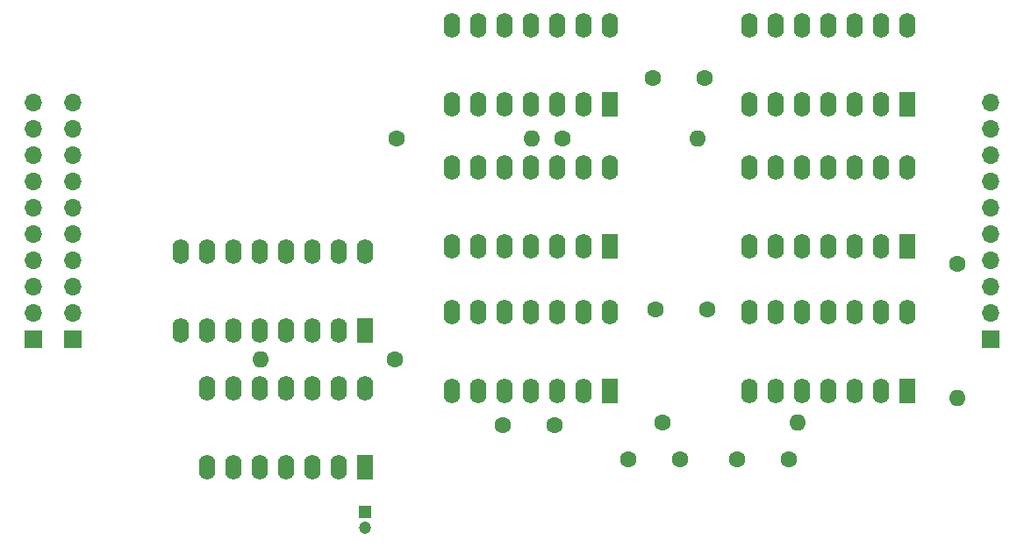
<source format=gbr>
%TF.GenerationSoftware,KiCad,Pcbnew,(6.0.7-1)-1*%
%TF.CreationDate,2022-10-12T18:16:20+11:00*%
%TF.ProjectId,CAT emulator B,43415420-656d-4756-9c61-746f7220422e,rev?*%
%TF.SameCoordinates,Original*%
%TF.FileFunction,Soldermask,Top*%
%TF.FilePolarity,Negative*%
%FSLAX46Y46*%
G04 Gerber Fmt 4.6, Leading zero omitted, Abs format (unit mm)*
G04 Created by KiCad (PCBNEW (6.0.7-1)-1) date 2022-10-12 18:16:20*
%MOMM*%
%LPD*%
G01*
G04 APERTURE LIST*
%ADD10R,1.700000X1.700000*%
%ADD11O,1.700000X1.700000*%
%ADD12C,1.600000*%
%ADD13O,1.600000X1.600000*%
%ADD14R,1.600000X2.400000*%
%ADD15O,1.600000X2.400000*%
%ADD16R,1.200000X1.200000*%
%ADD17C,1.200000*%
G04 APERTURE END LIST*
D10*
%TO.C,J2*%
X254426000Y-103180000D03*
D11*
X254426000Y-100640000D03*
X254426000Y-98100000D03*
X254426000Y-95560000D03*
X254426000Y-93020000D03*
X254426000Y-90480000D03*
X254426000Y-87940000D03*
X254426000Y-85400000D03*
X254426000Y-82860000D03*
X254426000Y-80320000D03*
%TD*%
D10*
%TO.C,J4*%
X165826000Y-103180000D03*
D11*
X165826000Y-100640000D03*
X165826000Y-98100000D03*
X165826000Y-95560000D03*
X165826000Y-93020000D03*
X165826000Y-90480000D03*
X165826000Y-87940000D03*
X165826000Y-85400000D03*
X165826000Y-82860000D03*
X165826000Y-80320000D03*
%TD*%
D10*
%TO.C,J3*%
X162026000Y-103180000D03*
D11*
X162026000Y-100640000D03*
X162026000Y-98100000D03*
X162026000Y-95560000D03*
X162026000Y-93020000D03*
X162026000Y-90480000D03*
X162026000Y-87940000D03*
X162026000Y-85400000D03*
X162026000Y-82860000D03*
X162026000Y-80320000D03*
%TD*%
D12*
%TO.C,R2*%
X251206000Y-95902000D03*
D13*
X251206000Y-108902000D03*
%TD*%
D14*
%TO.C,U18*%
X194056000Y-115570000D03*
D15*
X191516000Y-115570000D03*
X188976000Y-115570000D03*
X186436000Y-115570000D03*
X183896000Y-115570000D03*
X181356000Y-115570000D03*
X178816000Y-115570000D03*
X178816000Y-107950000D03*
X181356000Y-107950000D03*
X183896000Y-107950000D03*
X186436000Y-107950000D03*
X188976000Y-107950000D03*
X191516000Y-107950000D03*
X194056000Y-107950000D03*
%TD*%
D12*
%TO.C,C9*%
X222036000Y-100330000D03*
X227036000Y-100330000D03*
%TD*%
%TO.C,C2*%
X234910000Y-114808000D03*
X229910000Y-114808000D03*
%TD*%
%TO.C,C3*%
X219456000Y-114808000D03*
X224456000Y-114808000D03*
%TD*%
%TO.C,R1*%
X196960000Y-105156000D03*
D13*
X183960000Y-105156000D03*
%TD*%
D14*
%TO.C,U14*%
X246385000Y-94249000D03*
D15*
X243845000Y-94249000D03*
X241305000Y-94249000D03*
X238765000Y-94249000D03*
X236225000Y-94249000D03*
X233685000Y-94249000D03*
X231145000Y-94249000D03*
X231145000Y-86629000D03*
X233685000Y-86629000D03*
X236225000Y-86629000D03*
X238765000Y-86629000D03*
X241305000Y-86629000D03*
X243845000Y-86629000D03*
X246385000Y-86629000D03*
%TD*%
D12*
%TO.C,R4*%
X213106000Y-83820000D03*
D13*
X226106000Y-83820000D03*
%TD*%
D14*
%TO.C,U10*%
X217683000Y-94249000D03*
D15*
X215143000Y-94249000D03*
X212603000Y-94249000D03*
X210063000Y-94249000D03*
X207523000Y-94249000D03*
X204983000Y-94249000D03*
X202443000Y-94249000D03*
X202443000Y-86629000D03*
X204983000Y-86629000D03*
X207523000Y-86629000D03*
X210063000Y-86629000D03*
X212603000Y-86629000D03*
X215143000Y-86629000D03*
X217683000Y-86629000D03*
%TD*%
D14*
%TO.C,U3*%
X194041000Y-102377000D03*
D15*
X191501000Y-102377000D03*
X188961000Y-102377000D03*
X186421000Y-102377000D03*
X183881000Y-102377000D03*
X181341000Y-102377000D03*
X178801000Y-102377000D03*
X176261000Y-102377000D03*
X176261000Y-94757000D03*
X178801000Y-94757000D03*
X181341000Y-94757000D03*
X183881000Y-94757000D03*
X186421000Y-94757000D03*
X188961000Y-94757000D03*
X191501000Y-94757000D03*
X194041000Y-94757000D03*
%TD*%
D12*
%TO.C,C10*%
X212344000Y-111506000D03*
X207344000Y-111506000D03*
%TD*%
D14*
%TO.C,U15*%
X246385000Y-80533000D03*
D15*
X243845000Y-80533000D03*
X241305000Y-80533000D03*
X238765000Y-80533000D03*
X236225000Y-80533000D03*
X233685000Y-80533000D03*
X231145000Y-80533000D03*
X231145000Y-72913000D03*
X233685000Y-72913000D03*
X236225000Y-72913000D03*
X238765000Y-72913000D03*
X241305000Y-72913000D03*
X243845000Y-72913000D03*
X246385000Y-72913000D03*
%TD*%
D16*
%TO.C,C5*%
X194056000Y-119927401D03*
D17*
X194056000Y-121427401D03*
%TD*%
D12*
%TO.C,R5*%
X197104000Y-83820000D03*
D13*
X210104000Y-83820000D03*
%TD*%
D14*
%TO.C,U11*%
X217683000Y-108219000D03*
D15*
X215143000Y-108219000D03*
X212603000Y-108219000D03*
X210063000Y-108219000D03*
X207523000Y-108219000D03*
X204983000Y-108219000D03*
X202443000Y-108219000D03*
X202443000Y-100599000D03*
X204983000Y-100599000D03*
X207523000Y-100599000D03*
X210063000Y-100599000D03*
X212603000Y-100599000D03*
X215143000Y-100599000D03*
X217683000Y-100599000D03*
%TD*%
D12*
%TO.C,C7*%
X221782000Y-77978000D03*
X226782000Y-77978000D03*
%TD*%
%TO.C,R3*%
X222758000Y-111252000D03*
D13*
X235758000Y-111252000D03*
%TD*%
D14*
%TO.C,U13*%
X217678000Y-80518000D03*
D15*
X215138000Y-80518000D03*
X212598000Y-80518000D03*
X210058000Y-80518000D03*
X207518000Y-80518000D03*
X204978000Y-80518000D03*
X202438000Y-80518000D03*
X202438000Y-72898000D03*
X204978000Y-72898000D03*
X207518000Y-72898000D03*
X210058000Y-72898000D03*
X212598000Y-72898000D03*
X215138000Y-72898000D03*
X217678000Y-72898000D03*
%TD*%
D14*
%TO.C,U12*%
X246385000Y-108219000D03*
D15*
X243845000Y-108219000D03*
X241305000Y-108219000D03*
X238765000Y-108219000D03*
X236225000Y-108219000D03*
X233685000Y-108219000D03*
X231145000Y-108219000D03*
X231145000Y-100599000D03*
X233685000Y-100599000D03*
X236225000Y-100599000D03*
X238765000Y-100599000D03*
X241305000Y-100599000D03*
X243845000Y-100599000D03*
X246385000Y-100599000D03*
%TD*%
M02*

</source>
